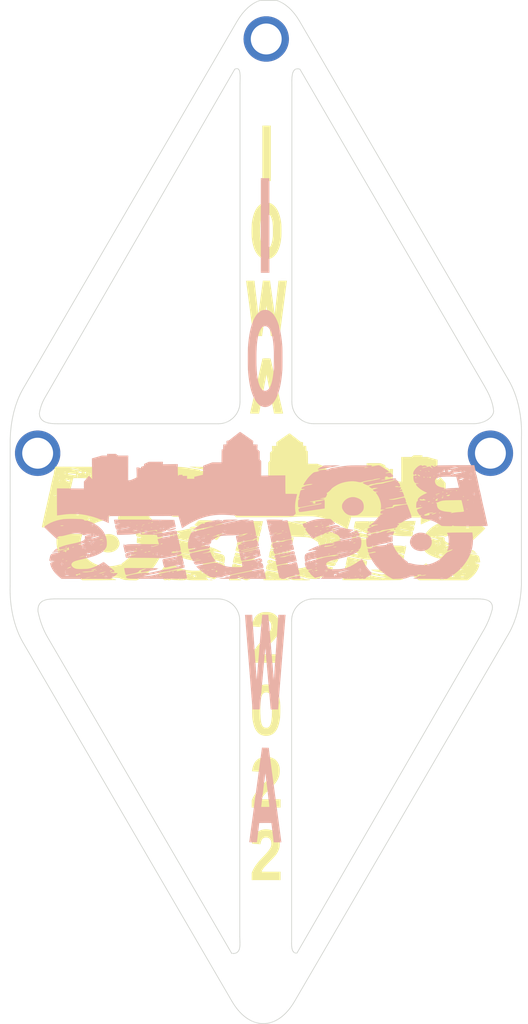
<source format=kicad_pcb>
(kicad_pcb (version 20220225) (generator pcbnew)
  (layers (0 "F.Cu" signal) (31 "B.Cu" signal) (34 "B.Paste" user) (35 "F.Paste" user) (36 "B.SilkS" user "B.Silkscreen") (37 "F.SilkS" user "F.Silkscreen") (38 "B.Mask" user) (39 "F.Mask" user) (44 "Edge.Cuts" user))
  (net 0 "")
  (footprint "LOGO" (layer "F.Cu") (at 149.8945 111.665)
    (fp_text reference "G***" hide)
    (fp_text value "LOGO" hide)
  )
  (footprint "LOGO" (layer "F.Cu") (at 149.8945 111.665)
    (fp_text reference "G***" hide)
    (fp_text value "LOGO" hide)
  )
  (footprint "LOGO" (layer "F.Cu") (at 149.8945 111.665)
    (fp_text reference "G***" hide)
    (fp_text value "LOGO" hide)
  )
  (footprint "cafebabe:SMD Spacer M2.5" (layer "F.Cu") (at 146.6 33.9)
    (fp_text reference "H3" hide)
    (fp_text value "MountingHole")
    (pad "1" thru_hole circle (at -0.1 0) (size 6.2 6.2) (drill 4.22) (layers *.Cu *.Mask))
  )
  (footprint "cafebabe:SMD Spacer M2.5" (layer "F.Cu") (at 115.35 90.45)
    (fp_text reference "H2" hide)
    (fp_text value "MountingHole")
    (pad "1" thru_hole circle (at -0.1 0) (size 6.2 6.2) (drill 4.22) (layers *.Cu *.Mask))
  )
  (footprint "LOGO" (layer "F.Cu") (at 149.8945 111.665)
    (fp_text reference "G***" hide)
    (fp_text value "LOGO" hide)
  )
  (footprint "LOGO" (layer "F.Cu") (at 149.8945 111.665)
    (fp_text reference "G***" hide)
    (fp_text value "LOGO" hide)
  )
  (footprint "LOGO" (layer "F.Cu") (at 149.8945 111.665)
    (fp_text reference "G***" hide)
    (fp_text value "LOGO" hide)
  )
  (footprint "LOGO" (layer "F.Cu") (at 149.8945 111.665)
    (fp_text reference "G***" hide)
    (fp_text value "LOGO" hide)
  )
  (footprint "cafebabe:SMD Spacer M2.5" (layer "F.Cu") (at 177.25 90.45)
    (fp_text reference "H1" hide)
    (fp_text value "MountingHole")
    (pad "1" thru_hole circle (at -0.1 0) (size 6.2 6.2) (drill 4.22) (layers *.Cu *.Mask))
  )
  (gr_line (start 179.8185 114.777) (end 180.0045 114.41) (stroke (width 0.1)) (layer "Edge.Cuts"))
  (gr_line (start 142.1938 38.0319) (end 142.1938 38.0319) (stroke (width 0.1)) (layer "Edge.Cuts"))
  (gr_line (start 181.4025 87.2859) (end 181.3815 86.7473) (stroke (width 0.1)) (layer "Edge.Cuts"))
  (gr_line (start 150.0475 158.172) (end 150.0925 158.305) (stroke (width 0.1)) (layer "Edge.Cuts"))
  (gr_line (start 177.2935 83.3103) (end 177.1305 82.8665) (stroke (width 0.1)) (layer "Edge.Cuts"))
  (gr_line (start 112.4426 114.587) (end 112.6247 115.041) (stroke (width 0.1)) (layer "Edge.Cuts"))
  (gr_line (start 139.9474 86.4298) (end 140.2518 86.4144) (stroke (width 0.1)) (layer "Edge.Cuts"))
  (gr_line (start 149.9755 157.708) (end 150.0145 158.026) (stroke (width 0.1)) (layer "Edge.Cuts"))
  (gr_line (start 142.9025 38.5379) (end 142.8724 38.374) (stroke (width 0.1)) (layer "Edge.Cuts"))
  (gr_line (start 149.7226 166.245) (end 149.9485 165.94) (stroke (width 0.1)) (layer "Edge.Cuts"))
  (gr_line (start 116.5748 110.4146) (end 116.3557 110.4647) (stroke (width 0.1)) (layer "Edge.Cuts"))
  (gr_line (start 115.5015 111.0323) (end 115.4002 111.2277) (stroke (width 0.1)) (layer "Edge.Cuts"))
  (gr_line (start 111.9904 113.162) (end 112.1254 113.647) (stroke (width 0.1)) (layer "Edge.Cuts"))
  (gr_line (start 150.2945 38.1985) (end 150.2065 38.3367) (stroke (width 0.1)) (layer "Edge.Cuts"))
  (gr_line (start 151.7805 110.5698) (end 151.5215 110.6954) (stroke (width 0.1)) (layer "Edge.Cuts"))
  (gr_line (start 176.3035 81.2261) (end 151.1035 38.02) (stroke (width 0.1)) (layer "Edge.Cuts"))
  (gr_line (start 152.3385 110.3962) (end 152.0535 110.4696) (stroke (width 0.1)) (layer "Edge.Cuts"))
  (gr_line (start 111.4779 109.0501) (end 111.4866 109.578) (stroke (width 0.1)) (layer "Edge.Cuts"))
  (gr_line (start 111.7675 112.167) (end 111.871 112.669) (stroke (width 0.1)) (layer "Edge.Cuts"))
  (gr_line (start 146.3899 168.307) (end 146.6613 168.273) (stroke (width 0.1)) (layer "Edge.Cuts"))
  (gr_line (start 140.5472 86.3692) (end 140.8322 86.2957) (stroke (width 0.1)) (layer "Edge.Cuts"))
  (gr_line (start 142.4095 158.661) (end 142.5514 158.573) (stroke (width 0.1)) (layer "Edge.Cuts"))
  (gr_line (start 179.6215 80.4425) (end 179.6205 80.4425) (stroke (width 0.1)) (layer "Edge.Cuts"))
  (gr_line (start 111.7918 85.7291) (end 111.6433 86.6422) (stroke (width 0.1)) (layer "Edge.Cuts"))
  (gr_line (start 141.3649 86.0698) (end 141.6097 85.9202) (stroke (width 0.1)) (layer "Edge.Cuts"))
  (gr_line (start 174.9165 86.4191) (end 175.1415 86.4111) (stroke (width 0.1)) (layer "Edge.Cuts"))
  (gr_line (start 151.1035 38.02) (end 151.1035 38.02) (stroke (width 0.1)) (layer "Edge.Cuts"))
  (gr_line (start 142.8816 156.427) (end 142.8816 113.304) (stroke (width 0.1)) (layer "Edge.Cuts"))
  (gr_line (start 150.0045 83.4503) (end 150.0195 83.7546) (stroke (width 0.1)) (layer "Edge.Cuts"))
  (gr_line (start 142.4907 37.9391) (end 142.3545 37.9618) (stroke (width 0.1)) (layer "Edge.Cuts"))
  (gr_line (start 149.9695 113.325) (end 149.9695 156.744) (stroke (width 0.1)) (layer "Edge.Cuts"))
  (gr_line (start 111.4866 109.578) (end 111.5111 110.1037) (stroke (width 0.1)) (layer "Edge.Cuts"))
  (gr_line (start 150.8725 85.5514) (end 151.0825 85.7428) (stroke (width 0.1)) (layer "Edge.Cuts"))
  (gr_line (start 111.6797 111.6592) (end 111.7675 112.167) (stroke (width 0.1)) (layer "Edge.Cuts"))
  (gr_line (start 175.1415 86.4111) (end 175.3675 86.3875) (stroke (width 0.1)) (layer "Edge.Cuts"))
  (gr_line (start 143.9359 167.636) (end 144.1953 167.794) (stroke (width 0.1)) (layer "Edge.Cuts"))
  (gr_line (start 180.0715 81.2976) (end 179.8545 80.8634) (stroke (width 0.1)) (layer "Edge.Cuts"))
  (gr_line (start 144.723 168.049) (end 144.9904 168.145) (stroke (width 0.1)) (layer "Edge.Cuts"))
  (gr_line (start 181.2915 85.6855) (end 181.2225 85.1636) (stroke (width 0.1)) (layer "Edge.Cuts"))
  (gr_line (start 147.919 28.6286) (end 145.6613 28.6286) (stroke (width 0.1)) (layer "Edge.Cuts"))
  (gr_line (start 115.3976 112.501) (end 115.5198 112.967) (stroke (width 0.1)) (layer "Edge.Cuts"))
  (gr_line (start 115.63 85.6315) (end 115.734 85.789) (stroke (width 0.1)) (layer "Edge.Cuts"))
  (gr_line (start 140.2518 86.4144) (end 140.5472 86.3692) (stroke (width 0.1)) (layer "Edge.Cuts"))
  (gr_line (start 142.014 111.2031) (end 141.8033 111.0117) (stroke (width 0.1)) (layer "Edge.Cuts"))
  (gr_line (start 176.2075 110.3857) (end 175.7585 110.3446) (stroke (width 0.1)) (layer "Edge.Cuts"))
  (gr_line (start 175.3675 86.3875) (end 175.8205 86.2957) (stroke (width 0.1)) (layer "Edge.Cuts"))
  (gr_line (start 177.4065 111.754) (end 177.4255 111.4889) (stroke (width 0.1)) (layer "Edge.Cuts"))
  (gr_line (start 176.9845 110.6408) (end 176.8155 110.5492) (stroke (width 0.1)) (layer "Edge.Cuts"))
  (gr_line (start 179.6205 115.132) (end 179.8185 114.777) (stroke (width 0.1)) (layer "Edge.Cuts"))
  (gr_line (start 177.1305 82.8665) (end 176.9445 82.4366) (stroke (width 0.1)) (layer "Edge.Cuts"))
  (gr_line (start 181.1355 84.6486) (end 181.0325 84.1414) (stroke (width 0.1)) (layer "Edge.Cuts"))
  (gr_line (start 115.5511 85.4504) (end 115.63 85.6315) (stroke (width 0.1)) (layer "Edge.Cuts"))
  (gr_line (start 150.4185 158.663) (end 150.5445 158.695) (stroke (width 0.1)) (layer "Edge.Cuts"))
  (gr_line (start 177.1655 85.5647) (end 177.2985 85.4156) (stroke (width 0.1)) (layer "Edge.Cuts"))
  (gr_line (start 141.0705 110.568) (end 140.7975 110.4685) (stroke (width 0.1)) (layer "Edge.Cuts"))
  (gr_line (start 151.5215 110.6954) (end 151.2765 110.8448) (stroke (width 0.1)) (layer "Edge.Cuts"))
  (gr_line (start 139.9128 110.3355) (end 117.9689 110.3355) (stroke (width 0.1)) (layer "Edge.Cuts"))
  (gr_line (start 112.8224 115.482) (end 113.0358 115.909) (stroke (width 0.1)) (layer "Edge.Cuts"))
  (gr_line (start 142.243 165.94) (end 142.4686 166.245) (stroke (width 0.1)) (layer "Edge.Cuts"))
  (gr_line (start 117.9689 110.3355) (end 117.5094 110.3372) (stroke (width 0.1)) (layer "Edge.Cuts"))
  (gr_line (start 177.1325 110.755) (end 176.9845 110.6408) (stroke (width 0.1)) (layer "Edge.Cuts"))
  (gr_line (start 148.7632 167.256) (end 149.0107 167.035) (stroke (width 0.1)) (layer "Edge.Cuts"))
  (gr_line (start 151.3115 85.9134) (end 151.5565 86.0618) (stroke (width 0.1)) (layer "Edge.Cuts"))
  (gr_line (start 144.3925 29.296) (end 143.9876 29.6273) (stroke (width 0.1)) (layer "Edge.Cuts"))
  (gr_line (start 149.9855 113.018) (end 149.9695 113.325) (stroke (width 0.1)) (layer "Edge.Cuts"))
  (gr_line (start 181.3865 108.4674) (end 181.3925 88.375) (stroke (width 0.1)) (layer "Edge.Cuts"))
  (gr_line (start 150.1025 112.434) (end 150.0295 112.721) (stroke (width 0.1)) (layer "Edge.Cuts"))
  (gr_line (start 145.2311 28.7966) (end 144.8076 29.0191) (stroke (width 0.1)) (layer "Edge.Cuts"))
  (gr_line (start 147.7334 167.932) (end 147.9959 167.794) (stroke (width 0.1)) (layer "Edge.Cuts"))
  (gr_line (start 115.3294 111.4566) (end 115.292 111.722) (stroke (width 0.1)) (layer "Edge.Cuts"))
  (gr_line (start 142.8629 157.991) (end 142.8918 157.805) (stroke (width 0.1)) (layer "Edge.Cuts"))
  (gr_line (start 140.8322 86.2957) (end 141.1052 86.1954) (stroke (width 0.1)) (layer "Edge.Cuts"))
  (gr_line (start 177.5605 84.9135) (end 177.5945 84.7298) (stroke (width 0.1)) (layer "Edge.Cuts"))
  (gr_line (start 152.6345 110.351) (end 152.3385 110.3962) (stroke (width 0.1)) (layer "Edge.Cuts"))
  (gr_line (start 115.8114 113.871) (end 115.9807 114.306) (stroke (width 0.1)) (layer "Edge.Cuts"))
  (gr_line (start 181.2225 85.1636) (end 181.1355 84.6486) (stroke (width 0.1)) (layer "Edge.Cuts"))
  (gr_line (start 144.9904 168.145) (end 145.2595 168.219) (stroke (width 0.1)) (layer "Edge.Cuts"))
  (gr_line (start 148.7727 29.0191) (end 148.3491 28.7966) (stroke (width 0.1)) (layer "Edge.Cuts"))
  (gr_line (start 112.1254 113.647) (end 112.2762 114.122) (stroke (width 0.1)) (layer "Edge.Cuts"))
  (gr_line (start 181.0325 84.1414) (end 180.9135 83.6424) (stroke (width 0.1)) (layer "Edge.Cuts"))
  (gr_line (start 140.2172 110.3507) (end 139.9128 110.3355) (stroke (width 0.1)) (layer "Edge.Cuts"))
  (gr_line (start 142.1938 38.0319) (end 116.5829 82.2772) (stroke (width 0.1)) (layer "Edge.Cuts"))
  (gr_line (start 116.171 86.1359) (end 116.3497 86.2151) (stroke (width 0.1)) (layer "Edge.Cuts"))
  (gr_line (start 177.3455 111.0616) (end 177.2535 110.8945) (stroke (width 0.1)) (layer "Edge.Cuts"))
  (gr_line (start 115.6577 113.425) (end 115.8114 113.871) (stroke (width 0.1)) (layer "Edge.Cuts"))
  (gr_line (start 144.1953 167.794) (end 144.4578 167.932) (stroke (width 0.1)) (layer "Edge.Cuts"))
  (gr_line (start 150.3645 30.4535) (end 149.9855 30.0132) (stroke (width 0.1)) (layer "Edge.Cuts"))
  (gr_line (start 180.4575 82.2028) (end 180.2725 81.7443) (stroke (width 0.1)) (layer "Edge.Cuts"))
  (gr_line (start 149.9695 156.744) (end 149.9635 157.375) (stroke (width 0.1)) (layer "Edge.Cuts"))
  (gr_line (start 117.0365 110.3565) (end 116.5748 110.4146) (stroke (width 0.1)) (layer "Edge.Cuts"))
  (gr_line (start 116.244 82.8625) (end 116.0879 83.1514) (stroke (width 0.1)) (layer "Edge.Cuts"))
  (gr_line (start 111.6433 86.6422) (end 111.5433 87.5742) (stroke (width 0.1)) (layer "Edge.Cuts"))
  (gr_line (start 142.8724 38.374) (end 142.8295 38.2295) (stroke (width 0.1)) (layer "Edge.Cuts"))
  (gr_line (start 149.9485 165.94) (end 150.1675 165.614) (stroke (width 0.1)) (layer "Edge.Cuts"))
  (gr_line (start 113.2648 116.323) (end 141.8119 165.268) (stroke (width 0.1)) (layer "Edge.Cuts"))
  (gr_line (start 142.1938 38.0319) (end 142.1938 38.0319) (stroke (width 0.1)) (layer "Edge.Cuts"))
  (gr_line (start 151.0735 31.4977) (end 150.7285 30.9483) (stroke (width 0.1)) (layer "Edge.Cuts"))
  (gr_line (start 142.9322 38.9053) (end 142.9025 38.5379) (stroke (width 0.1)) (layer "Edge.Cuts"))
  (gr_line (start 143.9876 29.6273) (end 143.5948 30.0132) (stroke (width 0.1)) (layer "Edge.Cuts"))
  (gr_line (start 176.8155 110.5492) (end 176.6265 110.4778) (stroke (width 0.1)) (layer "Edge.Cuts"))
  (gr_line (start 151.0825 85.7428) (end 151.3115 85.9134) (stroke (width 0.1)) (layer "Edge.Cuts"))
  (gr_line (start 143.2159 30.4535) (end 142.8526 30.9483) (stroke (width 0.1)) (layer "Edge.Cuts"))
  (gr_line (start 175.7585 110.3446) (end 175.3065 110.3346) (stroke (width 0.1)) (layer "Edge.Cuts"))
  (gr_line (start 149.2534 166.792) (end 149.4909 166.529) (stroke (width 0.1)) (layer "Edge.Cuts"))
  (gr_line (start 150.1505 158.424) (end 150.2235 158.525) (stroke (width 0.1)) (layer "Edge.Cuts"))
  (gr_line (start 176.8445 85.8321) (end 177.0135 85.7037) (stroke (width 0.1)) (layer "Edge.Cuts"))
  (gr_line (start 176.6265 110.4778) (end 176.4225 110.4242) (stroke (width 0.1)) (layer "Edge.Cuts"))
  (gr_line (start 152.9385 110.3356) (end 152.9385 110.3356) (stroke (width 0.1)) (layer "Edge.Cuts"))
  (gr_line (start 142.8174 158.164) (end 142.8629 157.991) (stroke (width 0.1)) (layer "Edge.Cuts"))
  (gr_line (start 152.0885 86.286) (end 152.3735 86.359) (stroke (width 0.1)) (layer "Edge.Cuts"))
  (gr_line (start 177.0135 85.7037) (end 177.1655 85.5647) (stroke (width 0.1)) (layer "Edge.Cuts"))
  (gr_line (start 117.9689 110.3355) (end 117.9689 110.3355) (stroke (width 0.1)) (layer "Edge.Cuts"))
  (gr_line (start 176.3035 114.485) (end 176.6375 113.853) (stroke (width 0.1)) (layer "Edge.Cuts"))
  (gr_line (start 112.8728 82.3722) (end 112.695 82.7589) (stroke (width 0.1)) (layer "Edge.Cuts"))
  (gr_line (start 142.7718 38.1091) (end 142.6974 38.0174) (stroke (width 0.1)) (layer "Edge.Cuts"))
  (gr_line (start 181.3285 109.3733) (end 181.3865 108.4674) (stroke (width 0.1)) (layer "Edge.Cuts"))
  (gr_line (start 115.9567 110.6204) (end 115.7827 110.7313) (stroke (width 0.1)) (layer "Edge.Cuts"))
  (gr_line (start 117.5891 86.4229) (end 118.004 86.4298) (stroke (width 0.1)) (layer "Edge.Cuts"))
  (gr_line (start 181.0735 111.1506) (end 181.2235 110.2696) (stroke (width 0.1)) (layer "Edge.Cuts"))
  (gr_line (start 147.4683 168.049) (end 147.7334 167.932) (stroke (width 0.1)) (layer "Edge.Cuts"))
  (gr_line (start 115.5198 112.967) (end 115.6577 113.425) (stroke (width 0.1)) (layer "Edge.Cuts"))
  (gr_line (start 180.7785 83.1526) (end 180.6255 82.6725) (stroke (width 0.1)) (layer "Edge.Cuts"))
  (gr_line (start 116.5829 115.528) (end 141.7824 158.735) (stroke (width 0.1)) (layer "Edge.Cuts"))
  (gr_line (start 177.4035 111.259) (end 177.3455 111.0616) (stroke (width 0.1)) (layer "Edge.Cuts"))
  (gr_line (start 150.0225 39.0867) (end 150.0005 39.5195) (stroke (width 0.1)) (layer "Edge.Cuts"))
  (gr_line (start 148.5112 167.456) (end 148.7632 167.256) (stroke (width 0.1)) (layer "Edge.Cuts"))
  (gr_line (start 149.5929 29.6273) (end 149.1879 29.296) (stroke (width 0.1)) (layer "Edge.Cuts"))
  (gr_line (start 142.9378 166.792) (end 143.1805 167.035) (stroke (width 0.1)) (layer "Edge.Cuts"))
  (gr_line (start 177.5945 84.7298) (end 177.5305 84.2415) (stroke (width 0.1)) (layer "Edge.Cuts"))
  (gr_line (start 116.1487 110.5325) (end 115.9567 110.6204) (stroke (width 0.1)) (layer "Edge.Cuts"))
  (gr_line (start 142.6647 158.459) (end 142.7523 158.321) (stroke (width 0.1)) (layer "Edge.Cuts"))
  (gr_line (start 142.4109 85.1131) (end 142.5593 84.8665) (stroke (width 0.1)) (layer "Edge.Cuts"))
  (gr_line (start 112.5295 83.1564) (end 112.2349 83.9808) (stroke (width 0.1)) (layer "Edge.Cuts"))
  (gr_line (start 181.3455 86.2136) (end 181.2915 85.6855) (stroke (width 0.1)) (layer "Edge.Cuts"))
  (gr_line (start 151.5565 86.0618) (end 151.8155 86.1865) (stroke (width 0.1)) (layer "Edge.Cuts"))
  (gr_line (start 142.7004 166.529) (end 142.9378 166.792) (stroke (width 0.1)) (layer "Edge.Cuts"))
  (gr_line (start 177.2985 85.4156) (end 177.4095 85.257) (stroke (width 0.1)) (layer "Edge.Cuts"))
  (gr_line (start 112.695 82.7589) (end 112.5295 83.1564) (stroke (width 0.1)) (layer "Edge.Cuts"))
  (gr_line (start 142.8566 84.0427) (end 142.9015 83.7451) (stroke (width 0.1)) (layer "Edge.Cuts"))
  (gr_line (start 177.4255 111.4889) (end 177.4035 111.259) (stroke (width 0.1)) (layer "Edge.Cuts"))
  (gr_line (start 152.6695 86.4038) (end 152.9735 86.4191) (stroke (width 0.1)) (layer "Edge.Cuts"))
  (gr_line (start 140.5126 110.3956) (end 140.2172 110.3507) (stroke (width 0.1)) (layer "Edge.Cuts"))
  (gr_line (start 111.4852 108.5211) (end 111.4779 109.0501) (stroke (width 0.1)) (layer "Edge.Cuts"))
  (gr_line (start 142.9167 83.4384) (end 142.9167 39.9881) (stroke (width 0.1)) (layer "Edge.Cuts"))
  (gr_line (start 111.989 84.8402) (end 111.7918 85.7291) (stroke (width 0.1)) (layer "Edge.Cuts"))
  (gr_line (start 150.6925 158.699) (end 176.3035 114.485) (stroke (width 0.1)) (layer "Edge.Cuts"))
  (gr_line (start 150.5375 38.0117) (end 150.4045 38.0887) (stroke (width 0.1)) (layer "Edge.Cuts"))
  (gr_line (start 149.1879 29.296) (end 148.7727 29.0191) (stroke (width 0.1)) (layer "Edge.Cuts"))
  (gr_line (start 142.934 39.2944) (end 142.9322 38.9053) (stroke (width 0.1)) (layer "Edge.Cuts"))
  (gr_line (start 180.9135 83.6424) (end 180.7785 83.1526) (stroke (width 0.1)) (layer "Edge.Cuts"))
  (gr_line (start 150.0045 40.3278) (end 150.0045 83.4503) (stroke (width 0.1)) (layer "Edge.Cuts"))
  (gr_line (start 150.1375 84.335) (end 150.2375 84.608) (stroke (width 0.1)) (layer "Edge.Cuts"))
  (gr_line (start 142.2053 111.4137) (end 142.014 111.2031) (stroke (width 0.1)) (layer "Edge.Cuts"))
  (gr_line (start 143.68 167.456) (end 143.9359 167.636) (stroke (width 0.1)) (layer "Edge.Cuts"))
  (gr_line (start 150.0925 158.305) (end 150.1505 158.424) (stroke (width 0.1)) (layer "Edge.Cuts"))
  (gr_line (start 149.0107 167.035) (end 149.2534 166.792) (stroke (width 0.1)) (layer "Edge.Cuts"))
  (gr_line (start 176.4645 86.055) (end 176.6605 85.9494) (stroke (width 0.1)) (layer "Edge.Cuts"))
  (gr_line (start 179.8545 80.8634) (end 179.6215 80.4425) (stroke (width 0.1)) (layer "Edge.Cuts"))
  (gr_line (start 150.8855 37.9729) (end 150.6975 37.9716) (stroke (width 0.1)) (layer "Edge.Cuts"))
  (gr_line (start 143.1805 167.035) (end 143.4281 167.256) (stroke (width 0.1)) (layer "Edge.Cuts"))
  (gr_line (start 116.5829 82.2772) (end 116.244 82.8625) (stroke (width 0.1)) (layer "Edge.Cuts"))
  (gr_line (start 141.8033 111.0117) (end 141.5749 110.8411) (stroke (width 0.1)) (layer "Edge.Cuts"))
  (gr_line (start 149.4909 166.529) (end 149.7226 166.245) (stroke (width 0.1)) (layer "Edge.Cuts"))
  (gr_line (start 141.7824 158.735) (end 142.0281 158.745) (stroke (width 0.1)) (layer "Edge.Cuts"))
  (gr_line (start 142.2361 158.72) (end 142.4095 158.661) (stroke (width 0.1)) (layer "Edge.Cuts"))
  (gr_line (start 146.6613 168.273) (end 146.9318 168.219) (stroke (width 0.1)) (layer "Edge.Cuts"))
  (gr_line (start 116.1658 114.728) (end 116.3665 115.136) (stroke (width 0.1)) (layer "Edge.Cuts"))
  (gr_line (start 142.8816 113.304) (end 142.8663 113) (stroke (width 0.1)) (layer "Edge.Cuts"))
  (gr_line (start 111.4923 88.6206) (end 111.4852 108.5211) (stroke (width 0.1)) (layer "Edge.Cuts"))
  (gr_line (start 176.9335 113.184) (end 177.1895 112.483) (stroke (width 0.1)) (layer "Edge.Cuts"))
  (gr_line (start 142.8215 112.704) (end 142.7486 112.42) (stroke (width 0.1)) (layer "Edge.Cuts"))
  (gr_line (start 141.8382 85.7483) (end 142.0488 85.5555) (stroke (width 0.1)) (layer "Edge.Cuts"))
  (gr_line (start 117.5094 110.3372) (end 117.0365 110.3565) (stroke (width 0.1)) (layer "Edge.Cuts"))
  (gr_line (start 148.2553 167.636) (end 148.5112 167.456) (stroke (width 0.1)) (layer "Edge.Cuts"))
  (gr_line (start 176.6605 85.9494) (end 176.8445 85.8321) (stroke (width 0.1)) (layer "Edge.Cuts"))
  (gr_line (start 142.6044 37.9592) (end 142.4907 37.9391) (stroke (width 0.1)) (layer "Edge.Cuts"))
  (gr_line (start 144.8076 29.0191) (end 144.3925 29.296) (stroke (width 0.1)) (layer "Edge.Cuts"))
  (gr_line (start 115.4002 111.2277) (end 115.3294 111.4566) (stroke (width 0.1)) (layer "Edge.Cuts"))
  (gr_line (start 150.2235 158.525) (end 150.3125 158.606) (stroke (width 0.1)) (layer "Edge.Cuts"))
  (gr_line (start 150.6975 37.9716) (end 150.5375 38.0117) (stroke (width 0.1)) (layer "Edge.Cuts"))
  (gr_line (start 150.0295 112.721) (end 149.9855 113.018) (stroke (width 0.1)) (layer "Edge.Cuts"))
  (gr_line (start 116.0071 86.0396) (end 116.171 86.1359) (stroke (width 0.1)) (layer "Edge.Cuts"))
  (gr_line (start 180.6255 82.6725) (end 180.4575 82.2028) (stroke (width 0.1)) (layer "Edge.Cuts"))
  (gr_line (start 118.004 86.4298) (end 139.9474 86.4298) (stroke (width 0.1)) (layer "Edge.Cuts"))
  (gr_line (start 140.7975 110.4685) (end 140.5126 110.3956) (stroke (width 0.1)) (layer "Edge.Cuts"))
  (gr_line (start 177.5305 84.2415) (end 177.4285 83.7685) (stroke (width 0.1)) (layer "Edge.Cuts"))
  (gr_line (start 181.3925 88.375) (end 181.4055 87.8287) (stroke (width 0.1)) (layer "Edge.Cuts"))
  (gr_line (start 179.6205 80.4425) (end 179.6205 80.4425) (stroke (width 0.1)) (layer "Edge.Cuts"))
  (gr_line (start 142.7836 84.3298) (end 142.8566 84.0427) (stroke (width 0.1)) (layer "Edge.Cuts"))
  (gr_line (start 143.4281 167.256) (end 143.68 167.456) (stroke (width 0.1)) (layer "Edge.Cuts"))
  (gr_line (start 141.3302 110.6928) (end 141.0705 110.568) (stroke (width 0.1)) (layer "Edge.Cuts"))
  (gr_line (start 145.8013 168.307) (end 146.3899 168.307) (stroke (width 0.1)) (layer "Edge.Cuts"))
  (gr_line (start 111.6077 111.1453) (end 111.6797 111.6592) (stroke (width 0.1)) (layer "Edge.Cuts"))
  (gr_line (start 150.0145 158.026) (end 150.0475 158.172) (stroke (width 0.1)) (layer "Edge.Cuts"))
  (gr_line (start 113.0358 115.909) (end 113.2648 116.323) (stroke (width 0.1)) (layer "Edge.Cuts"))
  (gr_line (start 150.2065 38.3367) (end 150.1375 38.4989) (stroke (width 0.1)) (layer "Edge.Cuts"))
  (gr_line (start 145.53 168.273) (end 145.8013 168.307) (stroke (width 0.1)) (layer "Edge.Cuts"))
  (gr_line (start 116.3665 115.136) (end 116.5829 115.528) (stroke (width 0.1)) (layer "Edge.Cuts"))
  (gr_line (start 116.3557 110.4647) (end 116.1487 110.5325) (stroke (width 0.1)) (layer "Edge.Cuts"))
  (gr_line (start 180.3415 113.646) (end 180.6315 112.844) (stroke (width 0.1)) (layer "Edge.Cuts"))
  (gr_line (start 142.9071 157.61) (end 142.9089 157.204) (stroke (width 0.1)) (layer "Edge.Cuts"))
  (gr_line (start 142.024 165.614) (end 142.243 165.94) (stroke (width 0.1)) (layer "Edge.Cuts"))
  (gr_line (start 176.2575 86.1482) (end 176.4645 86.055) (stroke (width 0.1)) (layer "Edge.Cuts"))
  (gr_line (start 180.8755 112.011) (end 181.0735 111.1506) (stroke (width 0.1)) (layer "Edge.Cuts"))
  (gr_line (start 142.6841 84.6049) (end 142.7836 84.3298) (stroke (width 0.1)) (layer "Edge.Cuts"))
  (gr_line (start 115.63 110.8677) (end 115.5015 111.0323) (stroke (width 0.1)) (layer "Edge.Cuts"))
  (gr_line (start 116.7414 86.3287) (end 117.1614 86.3936) (stroke (width 0.1)) (layer "Edge.Cuts"))
  (gr_line (start 150.5105 85.1124) (end 150.6805 85.3408) (stroke (width 0.1)) (layer "Edge.Cuts"))
  (gr_line (start 112.6247 115.041) (end 112.8224 115.482) (stroke (width 0.1)) (layer "Edge.Cuts"))
  (gr_line (start 141.1052 86.1954) (end 141.3649 86.0698) (stroke (width 0.1)) (layer "Edge.Cuts"))
  (gr_line (start 175.3065 110.3346) (end 174.8815 110.3356) (stroke (width 0.1)) (layer "Edge.Cuts"))
  (gr_line (start 142.8526 30.9483) (end 142.5069 31.4977) (stroke (width 0.1)) (layer "Edge.Cuts"))
  (gr_line (start 177.1895 112.483) (end 177.4065 111.754) (stroke (width 0.1)) (layer "Edge.Cuts"))
  (gr_line (start 180.2725 81.7443) (end 180.0715 81.2976) (stroke (width 0.1)) (layer "Edge.Cuts"))
  (gr_line (start 142.3545 37.9618) (end 142.1938 38.0319) (stroke (width 0.1)) (layer "Edge.Cuts"))
  (gr_line (start 150.3125 158.606) (end 150.4185 158.663) (stroke (width 0.1)) (layer "Edge.Cuts"))
  (gr_line (start 142.5069 31.4977) (end 113.2648 81.6337) (stroke (width 0.1)) (layer "Edge.Cuts"))
  (gr_line (start 142.5243 111.887) (end 142.3759 111.6421) (stroke (width 0.1)) (layer "Edge.Cuts"))
  (gr_line (start 142.0281 158.745) (end 142.2361 158.72) (stroke (width 0.1)) (layer "Edge.Cuts"))
  (gr_line (start 142.3759 111.6421) (end 142.2053 111.4137) (stroke (width 0.1)) (layer "Edge.Cuts"))
  (gr_line (start 141.8119 165.268) (end 142.024 165.614) (stroke (width 0.1)) (layer "Edge.Cuts"))
  (gr_line (start 176.9445 82.4366) (end 176.7415 82.0202) (stroke (width 0.1)) (layer "Edge.Cuts"))
  (gr_line (start 150.4045 38.0887) (end 150.2945 38.1985) (stroke (width 0.1)) (layer "Edge.Cuts"))
  (gr_line (start 143.5948 30.0132) (end 143.2159 30.4535) (stroke (width 0.1)) (layer "Edge.Cuts"))
  (gr_line (start 115.5746 84.5458) (end 115.4791 85.0103) (stroke (width 0.1)) (layer "Edge.Cuts"))
  (gr_line (start 152.0535 110.4696) (end 151.7805 110.5698) (stroke (width 0.1)) (layer "Edge.Cuts"))
  (gr_line (start 112.2349 83.9808) (end 111.989 84.8402) (stroke (width 0.1)) (layer "Edge.Cuts"))
  (gr_line (start 150.1375 38.4989) (end 150.0855 38.6809) (stroke (width 0.1)) (layer "Edge.Cuts"))
  (gr_line (start 177.4095 85.257) (end 177.4975 85.0895) (stroke (width 0.1)) (layer "Edge.Cuts"))
  (gr_line (start 147.9959 167.794) (end 148.2553 167.636) (stroke (width 0.1)) (layer "Edge.Cuts"))
  (gr_line (start 150.0005 39.5195) (end 150.0045 40.3278) (stroke (width 0.1)) (layer "Edge.Cuts"))
  (gr_line (start 181.2235 110.2696) (end 181.3285 109.3733) (stroke (width 0.1)) (layer "Edge.Cuts"))
  (gr_line (start 142.5593 84.8665) (end 142.6841 84.6049) (stroke (width 0.1)) (layer "Edge.Cuts"))
  (gr_line (start 115.9419 83.453) (end 115.807 83.7784) (stroke (width 0.1)) (layer "Edge.Cuts"))
  (gr_line (start 152.3735 86.359) (end 152.6695 86.4038) (stroke (width 0.1)) (layer "Edge.Cuts"))
  (gr_line (start 181.4055 87.8287) (end 181.4025 87.2859) (stroke (width 0.1)) (layer "Edge.Cuts"))
  (gr_line (start 150.2025 112.159) (end 150.1025 112.434) (stroke (width 0.1)) (layer "Edge.Cuts"))
  (gr_line (start 145.2595 168.219) (end 145.53 168.273) (stroke (width 0.1)) (layer "Edge.Cuts"))
  (gr_line (start 150.3275 111.898) (end 150.2025 112.159) (stroke (width 0.1)) (layer "Edge.Cuts"))
  (gr_line (start 147.2009 168.145) (end 147.4683 168.049) (stroke (width 0.1)) (layer "Edge.Cuts"))
  (gr_line (start 180.6315 112.844) (end 180.8755 112.011) (stroke (width 0.1)) (layer "Edge.Cuts"))
  (gr_line (start 144.4578 167.932) (end 144.723 168.049) (stroke (width 0.1)) (layer "Edge.Cuts"))
  (gr_line (start 142.8918 157.805) (end 142.9071 157.61) (stroke (width 0.1)) (layer "Edge.Cuts"))
  (gr_line (start 177.2535 110.8945) (end 177.1325 110.755) (stroke (width 0.1)) (layer "Edge.Cuts"))
  (gr_line (start 181.3815 86.7473) (end 181.3455 86.2136) (stroke (width 0.1)) (layer "Edge.Cuts"))
  (gr_line (start 113.2648 81.6337) (end 113.0627 81.9969) (stroke (width 0.1)) (layer "Edge.Cuts"))
  (gr_line (start 150.5445 158.695) (end 150.6925 158.699) (stroke (width 0.1)) (layer "Edge.Cuts"))
  (gr_line (start 115.8605 85.9245) (end 116.0071 86.0396) (stroke (width 0.1)) (layer "Edge.Cuts"))
  (gr_line (start 142.2402 85.3433) (end 142.4109 85.1131) (stroke (width 0.1)) (layer "Edge.Cuts"))
  (gr_line (start 111.5515 110.6265) (end 111.6077 111.1453) (stroke (width 0.1)) (layer "Edge.Cuts"))
  (gr_line (start 115.4791 85.0103) (end 115.5 85.2438) (stroke (width 0.1)) (layer "Edge.Cuts"))
  (gr_line (start 142.6974 38.0174) (end 142.6044 37.9592) (stroke (width 0.1)) (layer "Edge.Cuts"))
  (gr_line (start 142.7523 158.321) (end 142.8174 158.164) (stroke (width 0.1)) (layer "Edge.Cuts"))
  (gr_line (start 175.8205 86.2957) (end 176.2575 86.1482) (stroke (width 0.1)) (layer "Edge.Cuts"))
  (gr_line (start 142.5514 158.573) (end 142.6647 158.459) (stroke (width 0.1)) (layer "Edge.Cuts"))
  (gr_line (start 115.5 85.2438) (end 115.5511 85.4504) (stroke (width 0.1)) (layer "Edge.Cuts"))
  (gr_line (start 116.5407 86.2788) (end 116.7414 86.3287) (stroke (width 0.1)) (layer "Edge.Cuts"))
  (gr_line (start 150.6465 111.4213) (end 150.4755 111.6513) (stroke (width 0.1)) (layer "Edge.Cuts"))
  (gr_line (start 115.7827 110.7313) (end 115.63 110.8677) (stroke (width 0.1)) (layer "Edge.Cuts"))
  (gr_line (start 151.1035 38.02) (end 150.8855 37.9729) (stroke (width 0.1)) (layer "Edge.Cuts"))
  (gr_line (start 149.9635 157.375) (end 149.9755 157.708) (stroke (width 0.1)) (layer "Edge.Cuts"))
  (gr_line (start 151.8155 86.1865) (end 152.0885 86.286) (stroke (width 0.1)) (layer "Edge.Cuts"))
  (gr_line (start 176.4225 110.4242) (end 176.2075 110.3857) (stroke (width 0.1)) (layer "Edge.Cuts"))
  (gr_line (start 150.1675 165.614) (end 150.3795 165.268) (stroke (width 0.1)) (layer "Edge.Cuts"))
  (gr_line (start 148.3491 28.7966) (end 147.919 28.6286) (stroke (width 0.1)) (layer "Edge.Cuts"))
  (gr_line (start 150.3615 84.8676) (end 150.5105 85.1124) (stroke (width 0.1)) (layer "Edge.Cuts"))
  (gr_line (start 111.5111 110.1037) (end 111.5515 110.6265) (stroke (width 0.1)) (layer "Edge.Cuts"))
  (gr_line (start 177.4975 85.0895) (end 177.5605 84.9135) (stroke (width 0.1)) (layer "Edge.Cuts"))
  (gr_line (start 151.0475 111.0166) (end 150.8375 111.2093) (stroke (width 0.1)) (layer "Edge.Cuts"))
  (gr_line (start 115.292 111.722) (end 115.291 112.025) (stroke (width 0.1)) (layer "Edge.Cuts"))
  (gr_line (start 151.2765 110.8448) (end 151.0475 111.0166) (stroke (width 0.1)) (layer "Edge.Cuts"))
  (gr_line (start 117.1614 86.3936) (end 117.5891 86.4229) (stroke (width 0.1)) (layer "Edge.Cuts"))
  (gr_line (start 142.9015 83.7451) (end 142.9167 83.4384) (stroke (width 0.1)) (layer "Edge.Cuts"))
  (gr_line (start 146.9318 168.219) (end 147.2009 168.145) (stroke (width 0.1)) (layer "Edge.Cuts"))
  (gr_line (start 115.734 85.789) (end 115.8605 85.9245) (stroke (width 0.1)) (layer "Edge.Cuts"))
  (gr_line (start 112.2762 114.122) (end 112.4426 114.587) (stroke (width 0.1)) (layer "Edge.Cuts"))
  (gr_line (start 150.8375 111.2093) (end 150.6465 111.4213) (stroke (width 0.1)) (layer "Edge.Cuts"))
  (gr_line (start 141.5749 110.8411) (end 141.3302 110.6928) (stroke (width 0.1)) (layer "Edge.Cuts"))
  (gr_line (start 115.6842 84.139) (end 115.5746 84.5458) (stroke (width 0.1)) (layer "Edge.Cuts"))
  (gr_line (start 145.6613 28.6286) (end 145.2311 28.7966) (stroke (width 0.1)) (layer "Edge.Cuts"))
  (gr_line (start 142.649 112.147) (end 142.5243 111.887) (stroke (width 0.1)) (layer "Edge.Cuts"))
  (gr_line (start 150.0195 83.7546) (end 150.0645 84.05) (stroke (width 0.1)) (layer "Edge.Cuts"))
  (gr_line (start 142.9167 39.9881) (end 142.934 39.2944) (stroke (width 0.1)) (layer "Edge.Cuts"))
  (gr_line (start 142.0488 85.5555) (end 142.2402 85.3433) (stroke (width 0.1)) (layer "Edge.Cuts"))
  (gr_line (start 116.0879 83.1514) (end 115.9419 83.453) (stroke (width 0.1)) (layer "Edge.Cuts"))
  (gr_line (start 142.7486 112.42) (end 142.649 112.147) (stroke (width 0.1)) (layer "Edge.Cuts"))
  (gr_line (start 116.3497 86.2151) (end 116.5407 86.2788) (stroke (width 0.1)) (layer "Edge.Cuts"))
  (gr_line (start 174.8815 110.3356) (end 152.9385 110.3356) (stroke (width 0.1)) (layer "Edge.Cuts"))
  (gr_line (start 142.9089 157.204) (end 142.8816 156.427) (stroke (width 0.1)) (layer "Edge.Cuts"))
  (gr_line (start 152.9735 86.4191) (end 174.9165 86.4191) (stroke (width 0.1)) (layer "Edge.Cuts"))
  (gr_line (start 177.4285 83.7685) (end 177.2935 83.3103) (stroke (width 0.1)) (layer "Edge.Cuts"))
  (gr_line (start 150.0645 84.05) (end 150.1375 84.335) (stroke (width 0.1)) (layer "Edge.Cuts"))
  (gr_line (start 179.6205 80.4425) (end 151.0735 31.4977) (stroke (width 0.1)) (layer "Edge.Cuts"))
  (gr_line (start 142.8663 113) (end 142.8215 112.704) (stroke (width 0.1)) (layer "Edge.Cuts"))
  (gr_line (start 150.2375 84.608) (end 150.3615 84.8676) (stroke (width 0.1)) (layer "Edge.Cuts"))
  (gr_line (start 142.4686 166.245) (end 142.7004 166.529) (stroke (width 0.1)) (layer "Edge.Cuts"))
  (gr_line (start 115.807 83.7784) (end 115.6842 84.139) (stroke (width 0.1)) (layer "Edge.Cuts"))
  (gr_line (start 149.9855 30.0132) (end 149.5929 29.6273) (stroke (width 0.1)) (layer "Edge.Cuts"))
  (gr_line (start 150.4755 111.6513) (end 150.3275 111.898) (stroke (width 0.1)) (layer "Edge.Cuts"))
  (gr_line (start 142.8295 38.2295) (end 142.7718 38.1091) (stroke (width 0.1)) (layer "Edge.Cuts"))
  (gr_line (start 176.6375 113.853) (end 176.9335 113.184) (stroke (width 0.1)) (layer "Edge.Cuts"))
  (gr_line (start 180.0045 114.41) (end 180.3415 113.646) (stroke (width 0.1)) (layer "Edge.Cuts"))
  (gr_line (start 115.291 112.025) (end 115.3976 112.501) (stroke (width 0.1)) (layer "Edge.Cuts"))
  (gr_line (start 150.7285 30.9483) (end 150.3645 30.4535) (stroke (width 0.1)) (layer "Edge.Cuts"))
  (gr_line (start 113.0627 81.9969) (end 112.8728 82.3722) (stroke (width 0.1)) (layer "Edge.Cuts"))
  (gr_line (start 150.6805 85.3408) (end 150.8725 85.5514) (stroke (width 0.1)) (layer "Edge.Cuts"))
  (gr_line (start 150.3795 165.268) (end 179.6205 115.132) (stroke (width 0.1)) (layer "Edge.Cuts"))
  (gr_line (start 150.0855 38.6809) (end 150.0225 39.0867) (stroke (width 0.1)) (layer "Edge.Cuts"))
  (gr_line (start 176.7415 82.0202) (end 176.3035 81.2261) (stroke (width 0.1)) (layer "Edge.Cuts"))
  (gr_line (start 115.9807 114.306) (end 116.1658 114.728) (stroke (width 0.1)) (layer "Edge.Cuts"))
  (gr_line (start 111.5433 87.5742) (end 111.492 88.5197) (stroke (width 0.1)) (layer "Edge.Cuts"))
  (gr_line (start 111.492 88.5197) (end 111.4923 88.6206) (stroke (width 0.1)) (layer "Edge.Cuts"))
  (gr_line (start 111.871 112.669) (end 111.9904 113.162) (stroke (width 0.1)) (layer "Edge.Cuts"))
  (gr_line (start 152.9385 110.3356) (end 152.6345 110.351) (stroke (width 0.1)) (layer "Edge.Cuts"))
  (gr_line (start 141.6097 85.9202) (end 141.8382 85.7483) (stroke (width 0.1)) (layer "Edge.Cuts"))
)
</source>
